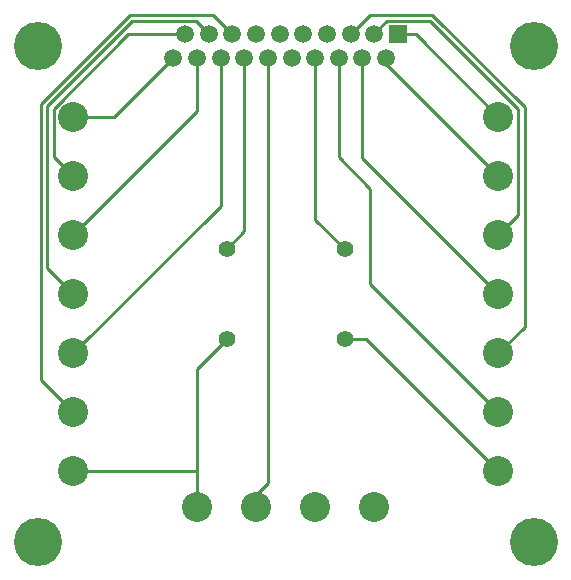
<source format=gtl>
G04 (created by PCBNEW (2013-07-07 BZR 4022)-stable) date 2/06/2014 22:41:19*
%MOIN*%
G04 Gerber Fmt 3.4, Leading zero omitted, Abs format*
%FSLAX34Y34*%
G01*
G70*
G90*
G04 APERTURE LIST*
%ADD10C,0.00393701*%
%ADD11C,0.055*%
%ADD12C,0.1*%
%ADD13R,0.0590551X0.0590551*%
%ADD14C,0.0590551*%
%ADD15C,0.16*%
%ADD16C,0.01*%
G04 APERTURE END LIST*
G54D10*
G54D11*
X27559Y-31027D03*
X27559Y-28027D03*
X31496Y-31027D03*
X31496Y-28027D03*
G54D12*
X22440Y-33464D03*
X22440Y-31496D03*
X22440Y-29527D03*
X22440Y-35433D03*
X22440Y-27559D03*
X22440Y-25590D03*
X22440Y-23622D03*
X36614Y-25590D03*
X36614Y-27559D03*
X36614Y-29527D03*
X36614Y-23622D03*
X36614Y-31496D03*
X36614Y-33464D03*
X36614Y-35433D03*
X30511Y-36614D03*
X28543Y-36614D03*
X26574Y-36614D03*
X32480Y-36614D03*
G54D13*
X33267Y-20866D03*
G54D14*
X32874Y-21653D03*
X32480Y-20866D03*
X32086Y-21653D03*
X31692Y-20866D03*
X31299Y-21653D03*
X30905Y-20866D03*
X30511Y-21653D03*
X30118Y-20866D03*
X29724Y-21653D03*
X29330Y-20866D03*
X28937Y-21653D03*
X28543Y-20866D03*
X28149Y-21653D03*
X27755Y-20866D03*
X27362Y-21653D03*
X26968Y-20866D03*
X26574Y-21653D03*
X26181Y-20866D03*
X25787Y-21653D03*
G54D15*
X37795Y-21259D03*
X21259Y-21259D03*
X37795Y-37795D03*
X21259Y-37795D03*
G54D16*
X28937Y-35827D02*
X28937Y-21653D01*
X28543Y-36220D02*
X28937Y-35827D01*
X23818Y-23622D02*
X25787Y-21653D01*
X22440Y-23622D02*
X23818Y-23622D01*
X27107Y-20217D02*
X27755Y-20866D01*
X24332Y-20217D02*
X27107Y-20217D01*
X21370Y-23179D02*
X24332Y-20217D01*
X21370Y-32394D02*
X21370Y-23179D01*
X22440Y-33464D02*
X21370Y-32394D01*
X27362Y-26574D02*
X27362Y-21653D01*
X22440Y-31496D02*
X27362Y-26574D01*
X26523Y-20420D02*
X26968Y-20866D01*
X24418Y-20420D02*
X26523Y-20420D01*
X21583Y-23256D02*
X24418Y-20420D01*
X21583Y-28669D02*
X21583Y-23256D01*
X22440Y-29527D02*
X21583Y-28669D01*
X26574Y-23425D02*
X26574Y-21653D01*
X22440Y-27559D02*
X26574Y-23425D01*
X24270Y-20866D02*
X26181Y-20866D01*
X21790Y-23345D02*
X24270Y-20866D01*
X21790Y-24940D02*
X21790Y-23345D01*
X22440Y-25590D02*
X21790Y-24940D01*
X28149Y-27437D02*
X28149Y-21653D01*
X27559Y-28027D02*
X28149Y-27437D01*
X22440Y-35433D02*
X26574Y-35433D01*
X26574Y-36614D02*
X26574Y-35433D01*
X26574Y-32011D02*
X27559Y-31027D01*
X26574Y-35433D02*
X26574Y-32011D01*
X32874Y-21850D02*
X32874Y-21653D01*
X36614Y-25590D02*
X32874Y-21850D01*
X33858Y-20866D02*
X33267Y-20866D01*
X36614Y-23622D02*
X33858Y-20866D01*
X30511Y-27043D02*
X30511Y-21653D01*
X31496Y-28027D02*
X30511Y-27043D01*
X32208Y-31027D02*
X31496Y-31027D01*
X36614Y-35433D02*
X32208Y-31027D01*
X31299Y-24967D02*
X31299Y-21653D01*
X32354Y-26023D02*
X31299Y-24967D01*
X32354Y-29205D02*
X32354Y-26023D01*
X36614Y-33464D02*
X32354Y-29205D01*
X32344Y-20214D02*
X31692Y-20866D01*
X34420Y-20214D02*
X32344Y-20214D01*
X37502Y-23296D02*
X34420Y-20214D01*
X37502Y-30607D02*
X37502Y-23296D01*
X36614Y-31496D02*
X37502Y-30607D01*
X32086Y-25000D02*
X32086Y-21653D01*
X36614Y-29527D02*
X32086Y-25000D01*
X37282Y-26890D02*
X36614Y-27559D01*
X37282Y-23361D02*
X37282Y-26890D01*
X34340Y-20419D02*
X37282Y-23361D01*
X32891Y-20419D02*
X34340Y-20419D01*
X32480Y-20830D02*
X32891Y-20419D01*
X32480Y-20866D02*
X32480Y-20830D01*
M02*

</source>
